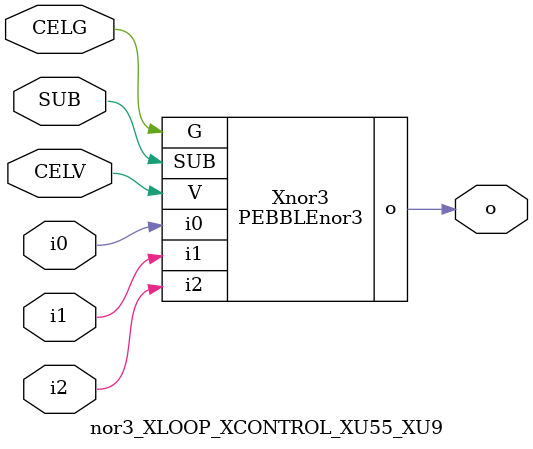
<source format=v>



module PEBBLEnor3 ( o, G, SUB, V, i0, i1, i2 );

  input i0;
  input V;
  input i2;
  input i1;
  input G;
  output o;
  input SUB;
endmodule

//Celera Confidential Do Not Copy nor3_XLOOP_XCONTROL_XU55_XU9
//Celera Confidential Symbol Generator
//NOR3
module nor3_XLOOP_XCONTROL_XU55_XU9 (CELV,CELG,i0,i1,i2,o,SUB);
input CELV;
input CELG;
input i0;
input i1;
input i2;
input SUB;
output o;

//Celera Confidential Do Not Copy nor3
PEBBLEnor3 Xnor3(
.V (CELV),
.i0 (i0),
.i1 (i1),
.i2 (i2),
.o (o),
.SUB (SUB),
.G (CELG)
);
//,diesize,PEBBLEnor3

//Celera Confidential Do Not Copy Module End
//Celera Schematic Generator
endmodule

</source>
